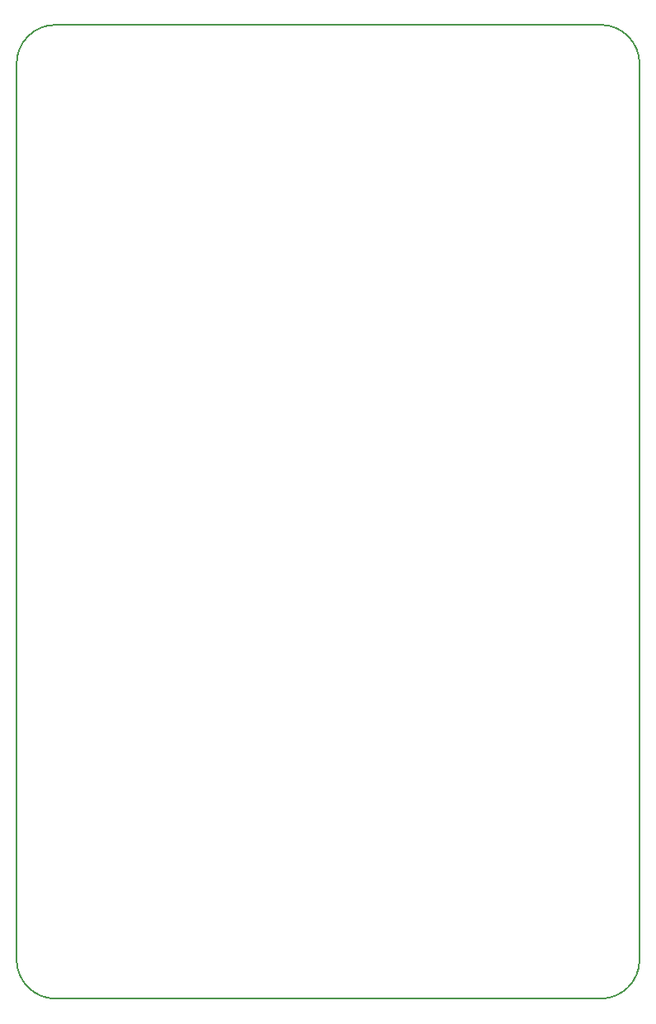
<source format=gm1>
G04 #@! TF.GenerationSoftware,KiCad,Pcbnew,5.0.2-bee76a0~70~ubuntu18.04.1*
G04 #@! TF.CreationDate,2021-08-22T23:20:32+02:00*
G04 #@! TF.ProjectId,snailbot,736e6169-6c62-46f7-942e-6b696361645f,3*
G04 #@! TF.SameCoordinates,Original*
G04 #@! TF.FileFunction,Profile,NP*
%FSLAX46Y46*%
G04 Gerber Fmt 4.6, Leading zero omitted, Abs format (unit mm)*
G04 Created by KiCad (PCBNEW 5.0.2-bee76a0~70~ubuntu18.04.1) date nie, 22 sie 2021, 23:20:32*
%MOMM*%
%LPD*%
G01*
G04 APERTURE LIST*
%ADD10C,0.200000*%
G04 APERTURE END LIST*
D10*
X102000000Y-111000000D02*
G75*
G02X98000000Y-115000000I-4000000J0D01*
G01*
X42000000Y-115000000D02*
G75*
G02X38000000Y-111000000I0J4000000D01*
G01*
X98000000Y-15000000D02*
G75*
G02X102000000Y-19000000I0J-4000000D01*
G01*
X38000000Y-19000000D02*
G75*
G02X42000000Y-15000000I4000000J0D01*
G01*
X38000000Y-111000000D02*
X38000000Y-19000000D01*
X98000000Y-115000000D02*
X42000000Y-115000000D01*
X102000000Y-19000000D02*
X102000000Y-111000000D01*
X42000000Y-15000000D02*
X98000000Y-15000000D01*
M02*

</source>
